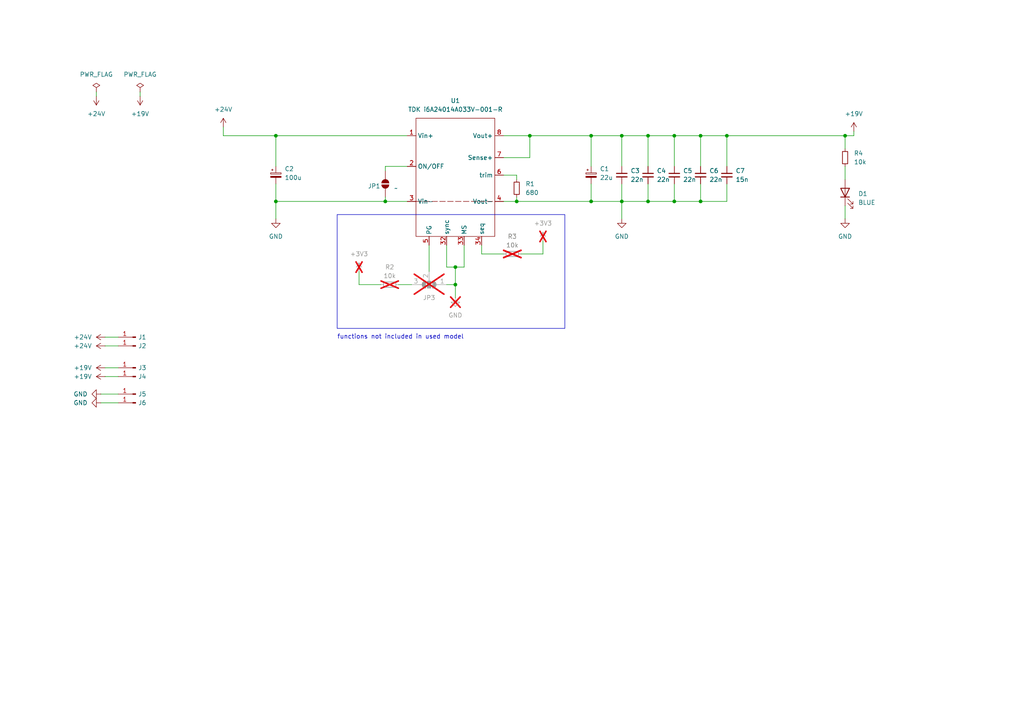
<source format=kicad_sch>
(kicad_sch (version 20231120) (generator "eeschema") (generator_version "8.0")
  (paper "A4")
  (lib_symbols
    (symbol "Connector:Conn_01x01_Pin" (pin_names (offset 1.016) hide)
      (property "Reference" "J" (at 0 2.54 0))
      (property "Value" "Conn_01x01_Pin" (at 0 -2.54 0))
      (symbol "Conn_01x01_Pin_1_1"
        (polyline (pts (xy 1.27 0) (xy 0.8636 0)) (stroke (width 0.1524)))
        (rectangle (start 0.8636 0.127) (end 0 -0.127) (stroke (width 0.1524)) (fill (type outline)))
        (pin passive line (at 5.08 0 180) (length 3.81) (name "Pin_1") (number "1"))
      )
    )
    (symbol "Device:C_Polarized_Small" (pin_numbers hide) (pin_names (offset 0.254) hide)
      (property "Reference" "C" (at 0.254 1.778 0))
      (property "Value" "C_Polarized_Small" (at 0.254 -2.032 0))
      (symbol "C_Polarized_Small_0_1"
        (rectangle (start -1.524 -0.3048) (end 1.524 -0.6858) (fill (type outline)))
        (rectangle (start -1.524 0.6858) (end 1.524 0.3048))
        (polyline (pts (xy -1.27 1.524) (xy -0.762 1.524)))
        (polyline (pts (xy -1.016 1.27) (xy -1.016 1.778)))
      )
      (symbol "C_Polarized_Small_1_1"
        (pin passive line (at 0 2.54 270) (length 1.8542) (name "~") (number "1"))
        (pin passive line (at 0 -2.54 90) (length 1.8542) (name "~") (number "2"))
      )
    )
    (symbol "Device:C_Small" (pin_numbers hide) (pin_names (offset 0.254) hide)
      (property "Reference" "C" (at 0.254 1.778 0))
      (property "Value" "C_Small" (at 0.254 -2.032 0))
      (symbol "C_Small_0_1"
        (polyline (pts (xy -1.524 -0.508) (xy 1.524 -0.508)) (stroke (width 0.3302)))
        (polyline (pts (xy -1.524 0.508) (xy 1.524 0.508)) (stroke (width 0.3048)))
      )
      (symbol "C_Small_1_1"
        (pin passive line (at 0 2.54 270) (length 2.032) (name "~") (number "1"))
        (pin passive line (at 0 -2.54 90) (length 2.032) (name "~") (number "2"))
      )
    )
    (symbol "Device:LED" (pin_numbers hide) (pin_names (offset 1.016) hide)
      (property "Reference" "D" (at 0 2.54 0))
      (property "Value" "LED" (at 0 -2.54 0))
      (symbol "LED_0_1"
        (polyline (pts (xy -1.27 -1.27) (xy -1.27 1.27)) (stroke (width 0.254)))
        (polyline (pts (xy -1.27 0) (xy 1.27 0)))
        (polyline (pts (xy 1.27 -1.27) (xy 1.27 1.27) (xy -1.27 0) (xy 1.27 -1.27)) (stroke (width 0.254)))
        (polyline (pts (xy -3.048 -0.762) (xy -4.572 -2.286) (xy -3.81 -2.286) (xy -4.572 -2.286) (xy -4.572 -1.524)))
        (polyline (pts (xy -1.778 -0.762) (xy -3.302 -2.286) (xy -2.54 -2.286) (xy -3.302 -2.286) (xy -3.302 -1.524)))
      )
      (symbol "LED_1_1"
        (pin passive line (at -3.81 0 0) (length 2.54) (name "K") (number "1"))
        (pin passive line (at 3.81 0 180) (length 2.54) (name "A") (number "2"))
      )
    )
    (symbol "Device:R_Small" (pin_numbers hide) (pin_names (offset 0.254) hide)
      (property "Reference" "R" (at 0.762 0.508 0))
      (property "Value" "R_Small" (at 0.762 -1.016 0))
      (symbol "R_Small_0_1"
        (rectangle (start -0.762 1.778) (end 0.762 -1.778) (stroke (width 0.2032)))
      )
      (symbol "R_Small_1_1"
        (pin passive line (at 0 2.54 270) (length 0.762) (name "~") (number "1"))
        (pin passive line (at 0 -2.54 90) (length 0.762) (name "~") (number "2"))
      )
    )
    (symbol "Jumper:SolderJumper_2_Open" (pin_numbers hide) (pin_names (offset 0) hide) (exclude_from_sim yes) (in_bom no)
      (property "Reference" "JP" (at 0 2.032 0))
      (property "Value" "SolderJumper_2_Open" (at 0 -2.54 0))
      (symbol "SolderJumper_2_Open_0_1"
        (arc (start -0.254 1.016) (mid -1.2656 0) (end -0.254 -1.016))
        (arc (start -0.254 1.016) (mid -1.2656 0) (end -0.254 -1.016) (fill (type outline)))
        (polyline (pts (xy -0.254 1.016) (xy -0.254 -1.016)))
        (polyline (pts (xy 0.254 1.016) (xy 0.254 -1.016)))
        (arc (start 0.254 -1.016) (mid 1.2656 0) (end 0.254 1.016))
        (arc (start 0.254 -1.016) (mid 1.2656 0) (end 0.254 1.016) (fill (type outline)))
      )
      (symbol "SolderJumper_2_Open_1_1"
        (pin passive line (at -3.81 0 0) (length 2.54) (name "A") (number "1"))
        (pin passive line (at 3.81 0 180) (length 2.54) (name "B") (number "2"))
      )
    )
    (symbol "Jumper:SolderJumper_3_Open" (pin_names (offset 0) hide) (exclude_from_sim yes) (in_bom no)
      (property "Reference" "JP" (at -2.54 -2.54 0))
      (property "Value" "SolderJumper_3_Open" (at 0 2.794 0))
      (symbol "SolderJumper_3_Open_0_1"
        (arc (start -1.016 1.016) (mid -2.0276 0) (end -1.016 -1.016))
        (arc (start -1.016 1.016) (mid -2.0276 0) (end -1.016 -1.016) (fill (type outline)))
        (rectangle (start -0.508 1.016) (end 0.508 -1.016) (fill (type outline)))
        (polyline (pts (xy -2.54 0) (xy -2.032 0)))
        (polyline (pts (xy -1.016 1.016) (xy -1.016 -1.016)))
        (polyline (pts (xy 0 -1.27) (xy 0 -1.016)))
        (polyline (pts (xy 1.016 1.016) (xy 1.016 -1.016)))
        (polyline (pts (xy 2.54 0) (xy 2.032 0)))
        (arc (start 1.016 -1.016) (mid 2.0276 0) (end 1.016 1.016))
        (arc (start 1.016 -1.016) (mid 2.0276 0) (end 1.016 1.016) (fill (type outline)))
      )
      (symbol "SolderJumper_3_Open_1_1"
        (pin passive line (at -5.08 0 0) (length 2.54) (name "A") (number "1"))
        (pin passive line (at 0 -3.81 90) (length 2.54) (name "C") (number "2"))
        (pin passive line (at 5.08 0 180) (length 2.54) (name "B") (number "3"))
      )
    )
    (symbol "TDK_i6A24014A033V-001-R:TDK_i6A24014A033V-001-R"
      (property "Reference" "U" (at 0 1.27 0))
      (property "Value" "TDK i6A24014A033V-001-R" (at 0 -1.27 0))
      (symbol "TDK_i6A24014A033V-001-R_0_1"
        (rectangle (start -11.43 -2.54) (end 11.43 -36.83))
      )
      (symbol "TDK_i6A24014A033V-001-R_1_1"
        (polyline (pts (xy -11.43 -26.67) (xy 11.43 -26.67)) (stroke (width 0) (type dash)))
        (pin input line (at -13.97 -7.62 0) (length 2.54) (name "Vin+") (number "1"))
        (pin input line (at -13.97 -16.51 0) (length 2.54) (name "ON/OFF") (number "2"))
        (pin input line (at -13.97 -26.67 0) (length 2.54) (name "Vin-") (number "3"))
        (pin input line (at -2.54 -39.37 90) (length 2.54) (name "sync") (number "32"))
        (pin input line (at 2.54 -39.37 90) (length 2.54) (name "MS") (number "33"))
        (pin input line (at 7.62 -39.37 90) (length 2.54) (name "seq") (number "34"))
        (pin input line (at 13.97 -26.67 180) (length 2.54) (name "Vout-") (number "4"))
        (pin input line (at -7.62 -39.37 90) (length 2.54) (name "PG") (number "5"))
        (pin input line (at 13.97 -19.05 180) (length 2.54) (name "trim") (number "6"))
        (pin input line (at 13.97 -13.97 180) (length 2.54) (name "Sense+") (number "7"))
        (pin input line (at 13.97 -7.62 180) (length 2.54) (name "Vout+") (number "8"))
      )
    )
    (symbol "power:+10V" (power) (pin_numbers hide) (pin_names (offset 0) hide)
      (property "Value" "+10V" (at 0 3.556 0))
      (symbol "+10V_0_1"
        (polyline (pts (xy -0.762 1.27) (xy 0 2.54)))
        (polyline (pts (xy 0 0) (xy 0 2.54)))
        (polyline (pts (xy 0 2.54) (xy 0.762 1.27)))
      )
      (symbol "+10V_1_1"
        (pin power_in line (at 0 0 90) (length 0) (name "~") (number "1"))
      )
    )
    (symbol "power:+24V" (power) (pin_numbers hide) (pin_names (offset 0) hide)
      (property "Value" "+24V" (at 0 3.556 0))
      (symbol "+24V_0_1"
        (polyline (pts (xy -0.762 1.27) (xy 0 2.54)))
        (polyline (pts (xy 0 0) (xy 0 2.54)))
        (polyline (pts (xy 0 2.54) (xy 0.762 1.27)))
      )
      (symbol "+24V_1_1"
        (pin power_in line (at 0 0 90) (length 0) (name "~") (number "1"))
      )
    )
    (symbol "power:+3V3" (power) (pin_numbers hide) (pin_names (offset 0) hide)
      (property "Value" "+3V3" (at 0 3.556 0))
      (symbol "+3V3_0_1"
        (polyline (pts (xy -0.762 1.27) (xy 0 2.54)))
        (polyline (pts (xy 0 0) (xy 0 2.54)))
        (polyline (pts (xy 0 2.54) (xy 0.762 1.27)))
      )
      (symbol "+3V3_1_1"
        (pin power_in line (at 0 0 90) (length 0) (name "~") (number "1"))
      )
    )
    (symbol "power:GND" (power) (pin_numbers hide) (pin_names (offset 0) hide)
      (property "Value" "GND" (at 0 -3.81 0))
      (symbol "GND_0_1"
        (polyline (pts (xy 0 0) (xy 0 -1.27) (xy 1.27 -1.27) (xy 0 -2.54) (xy -1.27 -1.27) (xy 0 -1.27)))
      )
      (symbol "GND_1_1"
        (pin power_in line (at 0 0 270) (length 0) (name "~") (number "1"))
      )
    )
    (symbol "power:PWR_FLAG" (power) (pin_numbers hide) (pin_names (offset 0) hide)
      (property "Value" "PWR_FLAG" (at 0 3.81 0))
      (symbol "PWR_FLAG_0_0"
        (pin power_out line (at 0 0 90) (length 0) (name "~") (number "1"))
      )
      (symbol "PWR_FLAG_0_1"
        (polyline (pts (xy 0 0) (xy 0 1.27) (xy -1.016 1.905) (xy 0 2.54) (xy 1.016 1.905) (xy 0 1.27)))
      )
    )
  )
  (junction (at 187.96 58.42))
  (junction (at 80.01 58.42))
  (junction (at 153.67 39.37))
  (junction (at 203.2 58.42))
  (junction (at 111.76 58.42))
  (junction (at 187.96 39.37))
  (junction (at 180.34 39.37))
  (junction (at 195.58 39.37))
  (junction (at 195.58 58.42))
  (junction (at 245.11 39.37))
  (junction (at 132.08 77.47))
  (junction (at 171.45 39.37))
  (junction (at 203.2 39.37))
  (junction (at 80.01 39.37))
  (junction (at 210.82 39.37))
  (junction (at 180.34 58.42))
  (junction (at 171.45 58.42))
  (junction (at 149.86 58.42))
  (junction (at 132.08 82.55))
  (wire (pts (xy 134.62 77.47) (xy 132.08 77.47)))
  (wire (pts (xy 210.82 58.42) (xy 203.2 58.42)))
  (wire (pts (xy 171.45 39.37) (xy 171.45 48.26)))
  (wire (pts (xy 30.48 106.68) (xy 34.29 106.68)))
  (wire (pts (xy 64.77 36.83) (xy 64.77 39.37)))
  (wire (pts (xy 64.77 39.37) (xy 80.01 39.37)))
  (wire (pts (xy 132.08 77.47) (xy 129.54 77.47)))
  (wire (pts (xy 245.11 39.37) (xy 245.11 43.18)))
  (wire (pts (xy 115.57 82.55) (xy 119.38 82.55)))
  (wire (pts (xy 80.01 39.37) (xy 118.11 39.37)))
  (wire (pts (xy 104.14 78.74) (xy 104.14 82.55)))
  (wire (pts (xy 80.01 39.37) (xy 80.01 48.26)))
  (wire (pts (xy 146.05 50.8) (xy 149.86 50.8)))
  (wire (pts (xy 132.08 77.47) (xy 132.08 82.55)))
  (wire (pts (xy 118.11 48.26) (xy 111.76 48.26)))
  (wire (pts (xy 134.62 71.12) (xy 134.62 77.47)))
  (wire (pts (xy 80.01 58.42) (xy 111.76 58.42)))
  (wire (pts (xy 187.96 53.34) (xy 187.96 58.42)))
  (wire (pts (xy 180.34 39.37) (xy 187.96 39.37)))
  (wire (pts (xy 171.45 39.37) (xy 153.67 39.37)))
  (wire (pts (xy 157.48 73.66) (xy 151.13 73.66)))
  (wire (pts (xy 146.05 73.66) (xy 139.7 73.66)))
  (wire (pts (xy 111.76 48.26) (xy 111.76 49.53)))
  (wire (pts (xy 247.65 39.37) (xy 245.11 39.37)))
  (wire (pts (xy 40.64 26.67) (xy 40.64 27.94)))
  (wire (pts (xy 180.34 58.42) (xy 180.34 63.5)))
  (wire (pts (xy 245.11 48.26) (xy 245.11 52.07)))
  (wire (pts (xy 129.54 82.55) (xy 132.08 82.55)))
  (wire (pts (xy 195.58 58.42) (xy 203.2 58.42)))
  (wire (pts (xy 153.67 39.37) (xy 146.05 39.37)))
  (wire (pts (xy 129.54 77.47) (xy 129.54 71.12)))
  (wire (pts (xy 149.86 58.42) (xy 171.45 58.42)))
  (wire (pts (xy 203.2 39.37) (xy 203.2 48.26)))
  (wire (pts (xy 195.58 53.34) (xy 195.58 58.42)))
  (wire (pts (xy 180.34 39.37) (xy 180.34 48.26)))
  (wire (pts (xy 29.21 114.3) (xy 34.29 114.3)))
  (wire (pts (xy 195.58 48.26) (xy 195.58 39.37)))
  (wire (pts (xy 30.48 97.79) (xy 34.29 97.79)))
  (wire (pts (xy 245.11 59.69) (xy 245.11 63.5)))
  (wire (pts (xy 149.86 50.8) (xy 149.86 52.07)))
  (wire (pts (xy 171.45 53.34) (xy 171.45 58.42)))
  (wire (pts (xy 124.46 71.12) (xy 124.46 78.74)))
  (wire (pts (xy 111.76 57.15) (xy 111.76 58.42)))
  (wire (pts (xy 203.2 58.42) (xy 203.2 53.34)))
  (wire (pts (xy 210.82 53.34) (xy 210.82 58.42)))
  (wire (pts (xy 104.14 82.55) (xy 110.49 82.55)))
  (wire (pts (xy 203.2 39.37) (xy 210.82 39.37)))
  (wire (pts (xy 210.82 39.37) (xy 245.11 39.37)))
  (wire (pts (xy 153.67 45.72) (xy 153.67 39.37)))
  (wire (pts (xy 139.7 73.66) (xy 139.7 71.12)))
  (wire (pts (xy 80.01 53.34) (xy 80.01 58.42)))
  (wire (pts (xy 195.58 39.37) (xy 203.2 39.37)))
  (wire (pts (xy 180.34 39.37) (xy 171.45 39.37)))
  (wire (pts (xy 180.34 58.42) (xy 187.96 58.42)))
  (wire (pts (xy 210.82 39.37) (xy 210.82 48.26)))
  (wire (pts (xy 149.86 58.42) (xy 149.86 57.15)))
  (wire (pts (xy 30.48 109.22) (xy 34.29 109.22)))
  (wire (pts (xy 111.76 58.42) (xy 118.11 58.42)))
  (wire (pts (xy 27.94 26.67) (xy 27.94 27.94)))
  (wire (pts (xy 187.96 39.37) (xy 187.96 48.26)))
  (wire (pts (xy 180.34 53.34) (xy 180.34 58.42)))
  (wire (pts (xy 132.08 82.55) (xy 132.08 86.36)))
  (wire (pts (xy 80.01 58.42) (xy 80.01 63.5)))
  (wire (pts (xy 247.65 38.1) (xy 247.65 39.37)))
  (wire (pts (xy 30.48 100.33) (xy 34.29 100.33)))
  (wire (pts (xy 187.96 39.37) (xy 195.58 39.37)))
  (wire (pts (xy 146.05 58.42) (xy 149.86 58.42)))
  (wire (pts (xy 146.05 45.72) (xy 153.67 45.72)))
  (wire (pts (xy 180.34 58.42) (xy 171.45 58.42)))
  (wire (pts (xy 29.21 116.84) (xy 34.29 116.84)))
  (wire (pts (xy 187.96 58.42) (xy 195.58 58.42)))
  (wire (pts (xy 157.48 69.85) (xy 157.48 73.66)))
  (rectangle (start 97.79 62.23) (end 163.83 95.25))
  (text "functions not included in used model" (at 97.79 97.79 0) (effects (font (size 1.27 1.27)) (justify left)))
  (symbol (lib_id "power:+24V") (at 30.48 100.33 90) (unit 1)
    (property "Reference" "#PWR011" (effects (hide yes)))
    (property "Value" "+24V" (at 26.67 100.3299 90) (effects (justify left)))
    (property "Description" "Power symbol creates a global label with name \"+24V\"" (effects (hide yes)))
  )
  (symbol (lib_id "Connector:Conn_01x01_Pin") (at 39.37 100.33 180) (unit 1)
    (property "Reference" "J2" (at 41.275 100.33 0))
    (property "Value" "Conn_01x01_Pin" (effects (hide yes)))
    (property "Footprint" "FaSTTUBe_logos:hole_2mm" (effects (hide yes)))
    (property "Description" "Generic connector, single row, 01x01, script generated" (effects (hide yes)))
  )
  (symbol (lib_id "power:GND") (at 80.01 63.5 0) (unit 1)
    (property "Reference" "#PWR07" (effects (hide yes)))
    (property "Value" "GND" (at 80.01 68.58 0))
    (property "Description" "Power symbol creates a global label with name \"GND\" , ground" (effects (hide yes)))
  )
  (symbol (lib_id "Device:LED") (at 245.11 55.88 90) (unit 1)
    (property "Reference" "D1" (at 248.92 56.1974 90) (effects (justify right)))
    (property "Value" "BLUE" (at 248.92 58.7374 90) (effects (justify right)))
    (property "Footprint" "LED_SMD:LED_0603_1608Metric" (effects (hide yes)))
    (property "Description" "Light emitting diode" (effects (hide yes)))
  )
  (symbol (lib_id "Jumper:SolderJumper_2_Open") (at 111.76 53.34 90) (unit 1) (exclude_from_sim yes) (in_bom no)
    (property "Reference" "JP1" (at 106.68 53.9749 90) (effects (justify right)))
    (property "Value" "~" (at 114.3 54.61 90) (effects (justify right)))
    (property "Footprint" "Jumper:SolderJumper-2_P1.3mm_Open_RoundedPad1.0x1.5mm" (effects (hide yes)))
    (property "Description" "Solder Jumper, 2-pole, open" (effects (hide yes)))
  )
  (symbol (lib_id "power:+3V3") (at 157.48 69.85 0) (mirror y) (unit 1) (exclude_from_sim yes) (in_bom no) (on_board no) (dnp yes)
    (property "Reference" "#PWR05" (effects (hide yes)))
    (property "Value" "+3V3" (at 157.48 64.77 0))
    (property "Description" "Power symbol creates a global label with name \"+3V3\"" (effects (hide yes)))
  )
  (symbol (lib_id "power:+3V3") (at 104.14 78.74 0) (unit 1) (exclude_from_sim yes) (in_bom no) (on_board no) (dnp yes)
    (property "Reference" "#PWR03" (effects (hide yes)))
    (property "Value" "+3V3" (at 104.14 73.66 0))
    (property "Description" "Power symbol creates a global label with name \"+3V3\"" (effects (hide yes)))
  )
  (symbol (lib_id "Device:C_Small") (at 195.58 50.8 0) (unit 1)
    (property "Reference" "C5" (at 198.12 49.5362 0) (effects (justify left)))
    (property "Value" "22n" (at 198.12 52.0762 0) (effects (justify left)))
    (property "Footprint" "Capacitor_SMD:C_1210_3225Metric" (effects (hide yes)))
    (property "Description" "Unpolarized capacitor, small symbol" (effects (hide yes)))
  )
  (symbol (lib_id "Device:C_Small") (at 203.2 50.8 0) (unit 1)
    (property "Reference" "C6" (at 205.74 49.5362 0) (effects (justify left)))
    (property "Value" "22n" (at 205.74 52.0762 0) (effects (justify left)))
    (property "Footprint" "Capacitor_SMD:C_1210_3225Metric" (effects (hide yes)))
    (property "Description" "Unpolarized capacitor, small symbol" (effects (hide yes)))
  )
  (symbol (lib_id "power:+10V") (at 247.65 38.1 0) (unit 1)
    (property "Reference" "#PWR02" (effects (hide yes)))
    (property "Value" "+19V" (at 247.65 33.02 0))
    (property "Description" "Power symbol creates a global label with name \"+19V\"" (effects (hide yes)))
  )
  (symbol (lib_id "Connector:Conn_01x01_Pin") (at 39.37 109.22 180) (unit 1)
    (property "Reference" "J4" (at 41.275 109.22 0))
    (property "Value" "Conn_01x01_Pin" (effects (hide yes)))
    (property "Footprint" "FaSTTUBe_logos:hole_2mm" (effects (hide yes)))
    (property "Description" "Generic connector, single row, 01x01, script generated" (effects (hide yes)))
  )
  (symbol (lib_id "Device:R_Small") (at 149.86 54.61 0) (unit 1)
    (property "Reference" "R1" (at 152.4 53.3399 0) (effects (justify left)))
    (property "Value" "680" (at 152.4 55.8799 0) (effects (justify left)))
    (property "Footprint" "Resistor_SMD:R_0805_2012Metric" (effects (hide yes)))
    (property "Description" "Resistor, small symbol" (effects (hide yes)))
  )
  (symbol (lib_id "Jumper:SolderJumper_3_Open") (at 124.46 82.55 180) (unit 1) (exclude_from_sim yes) (in_bom no) (on_board no) (dnp yes)
    (property "Reference" "JP3" (at 124.46 86.36 0))
    (property "Value" "SolderJumper_3_Open" (effects (hide yes)))
    (property "Footprint" "Jumper:SolderJumper-3_P1.3mm_Open_RoundedPad1.0x1.5mm_NumberLabels" (effects (hide yes)))
    (property "Description" "Solder Jumper, 3-pole, open" (effects (hide yes)))
  )
  (symbol (lib_id "power:GND") (at 180.34 63.5 0) (unit 1)
    (property "Reference" "#PWR08" (effects (hide yes)))
    (property "Value" "GND" (at 180.34 68.58 0))
    (property "Description" "Power symbol creates a global label with name \"GND\" , ground" (effects (hide yes)))
  )
  (symbol (lib_id "Device:R_Small") (at 113.03 82.55 90) (unit 1) (in_bom no) (on_board no) (dnp yes)
    (property "Reference" "R2" (at 113.03 77.47 90))
    (property "Value" "10k" (at 113.03 80.01 90))
    (property "Footprint" "Resistor_SMD:R_0603_1608Metric" (effects (hide yes)))
    (property "Description" "Resistor, small symbol" (effects (hide yes)))
  )
  (symbol (lib_id "power:PWR_FLAG") (at 40.64 26.67 0) (unit 1)
    (property "Reference" "#FLG02" (effects (hide yes)))
    (property "Value" "PWR_FLAG" (at 40.64 21.59 0))
    (property "Description" "Special symbol for telling ERC where power comes from" (effects (hide yes)))
  )
  (symbol (lib_id "power:GND") (at 29.21 114.3 270) (unit 1)
    (property "Reference" "#PWR016" (effects (hide yes)))
    (property "Value" "GND" (at 25.4 114.2999 90) (effects (justify right)))
    (property "Description" "Power symbol creates a global label with name \"GND\" , ground" (effects (hide yes)))
  )
  (symbol (lib_id "power:PWR_FLAG") (at 27.94 26.67 0) (unit 1)
    (property "Reference" "#FLG01" (effects (hide yes)))
    (property "Value" "PWR_FLAG" (at 27.94 21.59 0))
    (property "Description" "Special symbol for telling ERC where power comes from" (effects (hide yes)))
  )
  (symbol (lib_id "power:GND") (at 29.21 116.84 270) (unit 1)
    (property "Reference" "#PWR017" (effects (hide yes)))
    (property "Value" "GND" (at 25.4 116.8399 90) (effects (justify right)))
    (property "Description" "Power symbol creates a global label with name \"GND\" , ground" (effects (hide yes)))
  )
  (symbol (lib_id "Device:C_Small") (at 187.96 50.8 0) (unit 1)
    (property "Reference" "C4" (at 190.5 49.5362 0) (effects (justify left)))
    (property "Value" "22n" (at 190.5 52.0762 0) (effects (justify left)))
    (property "Footprint" "Capacitor_SMD:C_1210_3225Metric" (effects (hide yes)))
    (property "Description" "Unpolarized capacitor, small symbol" (effects (hide yes)))
  )
  (symbol (lib_id "power:+24V") (at 27.94 27.94 180) (unit 1)
    (property "Reference" "#PWR04" (effects (hide yes)))
    (property "Value" "+24V" (at 27.94 33.02 0))
    (property "Description" "Power symbol creates a global label with name \"+24V\"" (effects (hide yes)))
  )
  (symbol (lib_id "Device:C_Polarized_Small") (at 171.45 50.8 0) (unit 1)
    (property "Reference" "C1" (at 173.99 48.9838 0) (effects (justify left)))
    (property "Value" "22u" (at 173.99 51.5238 0) (effects (justify left)))
    (property "Footprint" "C_THT:C_THT_5mm" (effects (hide yes)))
    (property "Description" "Polarized capacitor, small symbol" (effects (hide yes)))
  )
  (symbol (lib_id "power:+10V") (at 30.48 106.68 90) (unit 1)
    (property "Reference" "#PWR014" (effects (hide yes)))
    (property "Value" "+19V" (at 26.67 106.6799 90) (effects (justify left)))
    (property "Description" "Power symbol creates a global label with name \"+19V\"" (effects (hide yes)))
  )
  (symbol (lib_id "power:+10V") (at 40.64 27.94 180) (unit 1)
    (property "Reference" "#PWR09" (effects (hide yes)))
    (property "Value" "+19V" (at 40.64 33.02 0))
    (property "Description" "Power symbol creates a global label with name \"+19V\"" (effects (hide yes)))
  )
  (symbol (lib_id "Connector:Conn_01x01_Pin") (at 39.37 114.3 180) (unit 1)
    (property "Reference" "J5" (at 41.275 114.3 0))
    (property "Value" "Conn_01x01_Pin" (effects (hide yes)))
    (property "Footprint" "FaSTTUBe_logos:hole_2mm" (effects (hide yes)))
    (property "Description" "Generic connector, single row, 01x01, script generated" (effects (hide yes)))
  )
  (symbol (lib_id "Device:C_Small") (at 180.34 50.8 0) (unit 1)
    (property "Reference" "C3" (at 182.88 49.5362 0) (effects (justify left)))
    (property "Value" "22n" (at 182.88 52.0762 0) (effects (justify left)))
    (property "Footprint" "Capacitor_SMD:C_1210_3225Metric" (effects (hide yes)))
    (property "Description" "Unpolarized capacitor, small symbol" (effects (hide yes)))
  )
  (symbol (lib_id "Device:C_Small") (at 210.82 50.8 0) (unit 1)
    (property "Reference" "C7" (at 213.36 49.5362 0) (effects (justify left)))
    (property "Value" "15n" (at 213.36 52.0762 0) (effects (justify left)))
    (property "Footprint" "Capacitor_SMD:C_1210_3225Metric" (effects (hide yes)))
    (property "Description" "Unpolarized capacitor, small symbol" (effects (hide yes)))
  )
  (symbol (lib_id "Connector:Conn_01x01_Pin") (at 39.37 97.79 180) (unit 1)
    (property "Reference" "J1" (at 41.275 97.79 0))
    (property "Value" "Conn_01x01_Pin" (effects (hide yes)))
    (property "Footprint" "FaSTTUBe_logos:hole_2mm" (effects (hide yes)))
    (property "Description" "Generic connector, single row, 01x01, script generated" (effects (hide yes)))
  )
  (symbol (lib_id "Device:R_Small") (at 148.59 73.66 270) (mirror x) (unit 1) (in_bom no) (on_board no) (dnp yes)
    (property "Reference" "R3" (at 148.59 68.58 90))
    (property "Value" "10k" (at 148.59 71.12 90))
    (property "Footprint" "Resistor_SMD:R_0603_1608Metric" (effects (hide yes)))
    (property "Description" "Resistor, small symbol" (effects (hide yes)))
  )
  (symbol (lib_id "power:+24V") (at 30.48 97.79 90) (unit 1)
    (property "Reference" "#PWR010" (effects (hide yes)))
    (property "Value" "+24V" (at 26.67 97.7899 90) (effects (justify left)))
    (property "Description" "Power symbol creates a global label with name \"+24V\"" (effects (hide yes)))
  )
  (symbol (lib_id "power:+10V") (at 30.48 109.22 90) (unit 1)
    (property "Reference" "#PWR015" (effects (hide yes)))
    (property "Value" "+19V" (at 26.67 109.2199 90) (effects (justify left)))
    (property "Description" "Power symbol creates a global label with name \"+19V\"" (effects (hide yes)))
  )
  (symbol (lib_id "TDK_i6A24014A033V-001-R:TDK_i6A24014A033V-001-R") (at 132.08 31.75 0) (unit 1)
    (property "Reference" "U1" (at 132.08 29.21 0))
    (property "Value" "TDK i6A24014A033V-001-R" (at 132.08 31.75 0))
    (property "Footprint" "i6A24014A033V-001-R:I6A24014A033V001R" (effects (hide yes)))
    (property "Datasheet" "https://product.tdk.com/system/files/dam/doc/product/power/switching-power/dc-dc-converter/specification/i6a14a_spec.pdf" (effects (hide yes)))
  )
  (symbol (lib_id "Device:C_Polarized_Small") (at 80.01 50.8 0) (unit 1)
    (property "Reference" "C2" (at 82.55 48.9838 0) (effects (justify left)))
    (property "Value" "100u" (at 82.55 51.5238 0) (effects (justify left)))
    (property "Footprint" "C_THT:C_THT_8mm" (effects (hide yes)))
    (property "Description" "Polarized capacitor, small symbol" (effects (hide yes)))
  )
  (symbol (lib_id "power:+24V") (at 64.77 36.83 0) (unit 1)
    (property "Reference" "#PWR01" (effects (hide yes)))
    (property "Value" "+24V" (at 64.77 31.75 0))
    (property "Description" "Power symbol creates a global label with name \"+24V\"" (effects (hide yes)))
  )
  (symbol (lib_id "Connector:Conn_01x01_Pin") (at 39.37 116.84 180) (unit 1)
    (property "Reference" "J6" (at 41.275 116.84 0))
    (property "Value" "Conn_01x01_Pin" (effects (hide yes)))
    (property "Footprint" "FaSTTUBe_logos:hole_2mm" (effects (hide yes)))
    (property "Description" "Generic connector, single row, 01x01, script generated" (effects (hide yes)))
  )
  (symbol (lib_id "Connector:Conn_01x01_Pin") (at 39.37 106.68 180) (unit 1)
    (property "Reference" "J3" (at 41.275 106.68 0))
    (property "Value" "Conn_01x01_Pin" (effects (hide yes)))
    (property "Footprint" "FaSTTUBe_logos:hole_2mm" (effects (hide yes)))
    (property "Description" "Generic connector, single row, 01x01, script generated" (effects (hide yes)))
  )
  (symbol (lib_id "power:GND") (at 132.08 86.36 0) (unit 1) (exclude_from_sim yes) (in_bom no) (on_board no) (dnp yes)
    (property "Reference" "#PWR06" (effects (hide yes)))
    (property "Value" "GND" (at 132.08 91.44 0))
    (property "Description" "Power symbol creates a global label with name \"GND\" , ground" (effects (hide yes)))
  )
  (symbol (lib_id "power:GND") (at 245.11 63.5 0) (unit 1)
    (property "Reference" "#PWR012" (effects (hide yes)))
    (property "Value" "GND" (at 245.11 68.58 0))
    (property "Description" "Power symbol creates a global label with name \"GND\" , ground" (effects (hide yes)))
  )
  (symbol (lib_id "Device:R_Small") (at 245.11 45.72 0) (unit 1)
    (property "Reference" "R4" (at 247.65 44.4499 0) (effects (justify left)))
    (property "Value" "10k" (at 247.65 46.9899 0) (effects (justify left)))
    (property "Footprint" "Resistor_SMD:R_0603_1608Metric" (effects (hide yes)))
    (property "Description" "Resistor, small symbol" (effects (hide yes)))
  )
)
</source>
